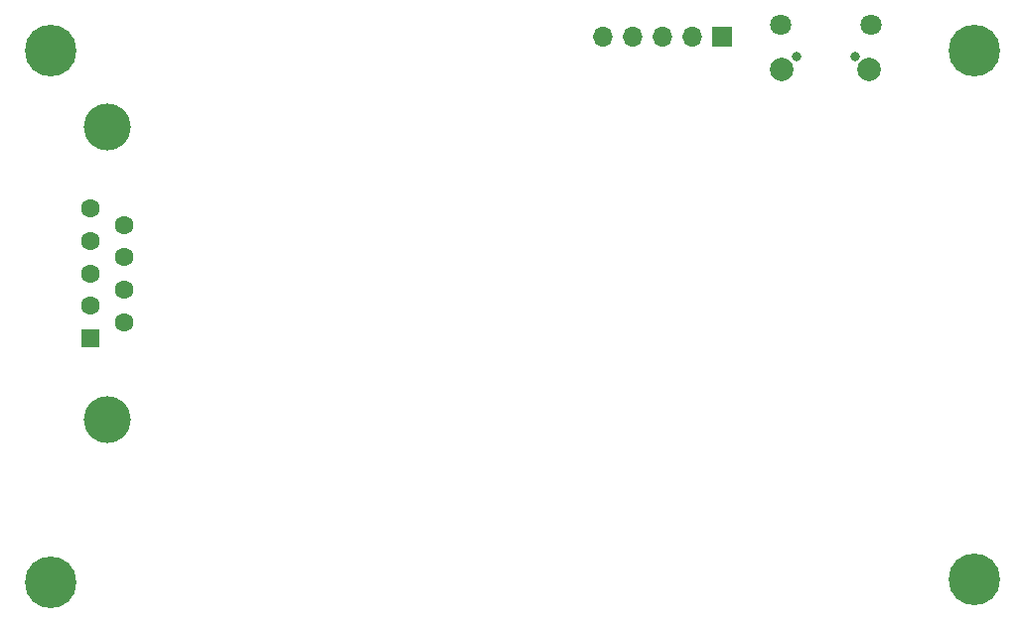
<source format=gbs>
G04 #@! TF.GenerationSoftware,KiCad,Pcbnew,6.0.11+dfsg-1*
G04 #@! TF.CreationDate,2024-04-01T21:29:24-07:00*
G04 #@! TF.ProjectId,car-logger,6361722d-6c6f-4676-9765-722e6b696361,v1*
G04 #@! TF.SameCoordinates,Original*
G04 #@! TF.FileFunction,Soldermask,Bot*
G04 #@! TF.FilePolarity,Negative*
%FSLAX46Y46*%
G04 Gerber Fmt 4.6, Leading zero omitted, Abs format (unit mm)*
G04 Created by KiCad (PCBNEW 6.0.11+dfsg-1) date 2024-04-01 21:29:24*
%MOMM*%
%LPD*%
G01*
G04 APERTURE LIST*
%ADD10R,1.700000X1.700000*%
%ADD11O,1.700000X1.700000*%
%ADD12C,0.700000*%
%ADD13C,4.400000*%
%ADD14C,0.800000*%
%ADD15C,2.000000*%
%ADD16C,1.800000*%
%ADD17C,4.000000*%
%ADD18R,1.600000X1.600000*%
%ADD19C,1.600000*%
G04 APERTURE END LIST*
D10*
X155000000Y-61020000D03*
D11*
X152460000Y-61020000D03*
X149920000Y-61020000D03*
X147380000Y-61020000D03*
X144840000Y-61020000D03*
D12*
X97790000Y-60580000D03*
X96623274Y-61063274D03*
X99440000Y-62230000D03*
D13*
X97790000Y-62230000D03*
D12*
X96623274Y-63396726D03*
X98956726Y-63396726D03*
X96140000Y-62230000D03*
X98956726Y-61063274D03*
X97790000Y-63880000D03*
X174814516Y-62230000D03*
X175297790Y-61063274D03*
X178114516Y-62230000D03*
D13*
X176464516Y-62230000D03*
D12*
X177631242Y-63396726D03*
X176464516Y-60580000D03*
X177631242Y-61063274D03*
X175297790Y-63396726D03*
X176464516Y-63880000D03*
X97724516Y-105960000D03*
X96074516Y-107610000D03*
X98891242Y-106443274D03*
X96557790Y-106443274D03*
X99374516Y-107610000D03*
X97724516Y-109260000D03*
X98891242Y-108776726D03*
D13*
X97724516Y-107610000D03*
D12*
X96557790Y-108776726D03*
X177631242Y-106193274D03*
X174814516Y-107360000D03*
X175297790Y-106193274D03*
X177631242Y-108526726D03*
X178114516Y-107360000D03*
D13*
X176464516Y-107360000D03*
D12*
X175297790Y-108526726D03*
X176464516Y-109010000D03*
X176464516Y-105710000D03*
D14*
X161330000Y-62770000D03*
X166330000Y-62770000D03*
D15*
X160105000Y-63820000D03*
D16*
X159955000Y-60020000D03*
D15*
X167555000Y-63820000D03*
D16*
X167705000Y-60020000D03*
D17*
X102604185Y-93755000D03*
X102604185Y-68755000D03*
D18*
X101184185Y-86795000D03*
D19*
X101184185Y-84025000D03*
X101184185Y-81255000D03*
X101184185Y-78485000D03*
X101184185Y-75715000D03*
X104024185Y-85410000D03*
X104024185Y-82640000D03*
X104024185Y-79870000D03*
X104024185Y-77100000D03*
M02*

</source>
